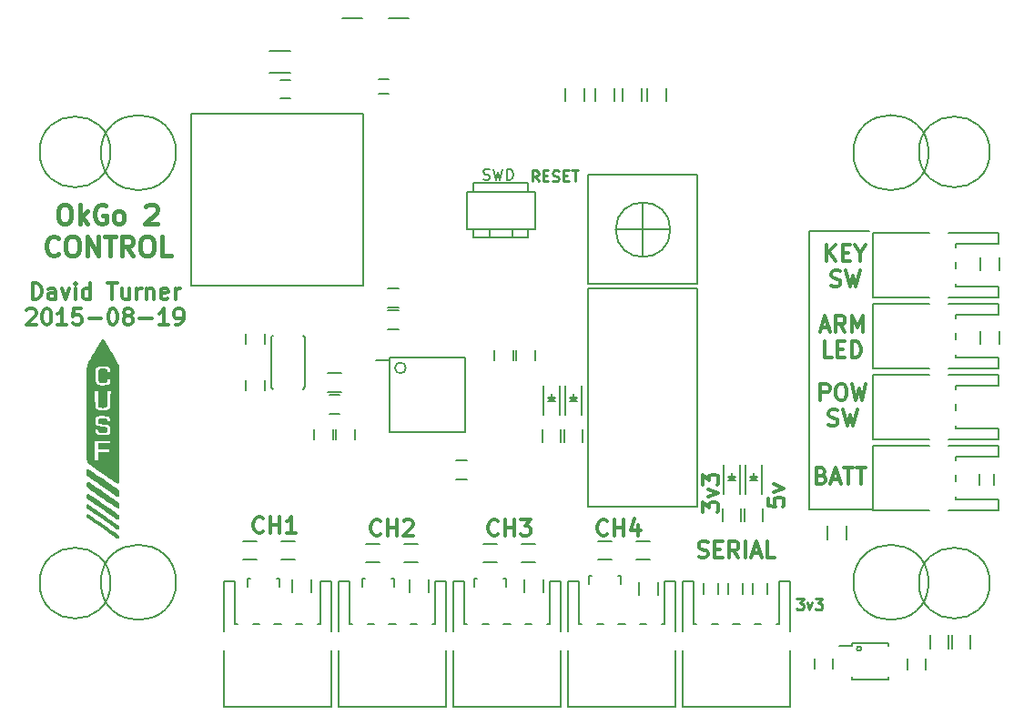
<source format=gto>
G04 #@! TF.FileFunction,Legend,Top*
%FSLAX46Y46*%
G04 Gerber Fmt 4.6, Leading zero omitted, Abs format (unit mm)*
G04 Created by KiCad (PCBNEW 0.201508190901+6103~28~ubuntu14.04.1-product) date Wed 19 Aug 2015 17:15:31 BST*
%MOMM*%
G01*
G04 APERTURE LIST*
%ADD10C,0.100000*%
%ADD11C,0.300000*%
%ADD12C,0.254000*%
%ADD13C,0.450000*%
%ADD14C,0.200000*%
%ADD15C,0.150000*%
G04 APERTURE END LIST*
D10*
D11*
X202378571Y-112482285D02*
X202378571Y-113196571D01*
X203092857Y-113268000D01*
X203021429Y-113196571D01*
X202950000Y-113053714D01*
X202950000Y-112696571D01*
X203021429Y-112553714D01*
X203092857Y-112482285D01*
X203235714Y-112410857D01*
X203592857Y-112410857D01*
X203735714Y-112482285D01*
X203807143Y-112553714D01*
X203878571Y-112696571D01*
X203878571Y-113053714D01*
X203807143Y-113196571D01*
X203735714Y-113268000D01*
X202878571Y-111910857D02*
X203878571Y-111553714D01*
X202878571Y-111196572D01*
X196282571Y-113799713D02*
X196282571Y-112871142D01*
X196854000Y-113371142D01*
X196854000Y-113156856D01*
X196925429Y-113013999D01*
X196996857Y-112942570D01*
X197139714Y-112871142D01*
X197496857Y-112871142D01*
X197639714Y-112942570D01*
X197711143Y-113013999D01*
X197782571Y-113156856D01*
X197782571Y-113585428D01*
X197711143Y-113728285D01*
X197639714Y-113799713D01*
X196782571Y-112371142D02*
X197782571Y-112013999D01*
X196782571Y-111656857D01*
X196282571Y-111228285D02*
X196282571Y-110299714D01*
X196854000Y-110799714D01*
X196854000Y-110585428D01*
X196925429Y-110442571D01*
X196996857Y-110371142D01*
X197139714Y-110299714D01*
X197496857Y-110299714D01*
X197639714Y-110371142D01*
X197711143Y-110442571D01*
X197782571Y-110585428D01*
X197782571Y-111014000D01*
X197711143Y-111156857D01*
X197639714Y-111228285D01*
D12*
X181023381Y-83009619D02*
X180684715Y-82525810D01*
X180442810Y-83009619D02*
X180442810Y-81993619D01*
X180829857Y-81993619D01*
X180926619Y-82042000D01*
X180975000Y-82090381D01*
X181023381Y-82187143D01*
X181023381Y-82332286D01*
X180975000Y-82429048D01*
X180926619Y-82477429D01*
X180829857Y-82525810D01*
X180442810Y-82525810D01*
X181458810Y-82477429D02*
X181797476Y-82477429D01*
X181942619Y-83009619D02*
X181458810Y-83009619D01*
X181458810Y-81993619D01*
X181942619Y-81993619D01*
X182329667Y-82961238D02*
X182474810Y-83009619D01*
X182716714Y-83009619D01*
X182813476Y-82961238D01*
X182861857Y-82912857D01*
X182910238Y-82816095D01*
X182910238Y-82719333D01*
X182861857Y-82622571D01*
X182813476Y-82574190D01*
X182716714Y-82525810D01*
X182523191Y-82477429D01*
X182426429Y-82429048D01*
X182378048Y-82380667D01*
X182329667Y-82283905D01*
X182329667Y-82187143D01*
X182378048Y-82090381D01*
X182426429Y-82042000D01*
X182523191Y-81993619D01*
X182765095Y-81993619D01*
X182910238Y-82042000D01*
X183345667Y-82477429D02*
X183684333Y-82477429D01*
X183829476Y-83009619D02*
X183345667Y-83009619D01*
X183345667Y-81993619D01*
X183829476Y-81993619D01*
X184119762Y-81993619D02*
X184700333Y-81993619D01*
X184410048Y-83009619D02*
X184410048Y-81993619D01*
D11*
X133966001Y-93966571D02*
X133966001Y-92466571D01*
X134323144Y-92466571D01*
X134537429Y-92538000D01*
X134680287Y-92680857D01*
X134751715Y-92823714D01*
X134823144Y-93109429D01*
X134823144Y-93323714D01*
X134751715Y-93609429D01*
X134680287Y-93752286D01*
X134537429Y-93895143D01*
X134323144Y-93966571D01*
X133966001Y-93966571D01*
X136108858Y-93966571D02*
X136108858Y-93180857D01*
X136037429Y-93038000D01*
X135894572Y-92966571D01*
X135608858Y-92966571D01*
X135466001Y-93038000D01*
X136108858Y-93895143D02*
X135966001Y-93966571D01*
X135608858Y-93966571D01*
X135466001Y-93895143D01*
X135394572Y-93752286D01*
X135394572Y-93609429D01*
X135466001Y-93466571D01*
X135608858Y-93395143D01*
X135966001Y-93395143D01*
X136108858Y-93323714D01*
X136680287Y-92966571D02*
X137037430Y-93966571D01*
X137394572Y-92966571D01*
X137966001Y-93966571D02*
X137966001Y-92966571D01*
X137966001Y-92466571D02*
X137894572Y-92538000D01*
X137966001Y-92609429D01*
X138037429Y-92538000D01*
X137966001Y-92466571D01*
X137966001Y-92609429D01*
X139323144Y-93966571D02*
X139323144Y-92466571D01*
X139323144Y-93895143D02*
X139180287Y-93966571D01*
X138894573Y-93966571D01*
X138751715Y-93895143D01*
X138680287Y-93823714D01*
X138608858Y-93680857D01*
X138608858Y-93252286D01*
X138680287Y-93109429D01*
X138751715Y-93038000D01*
X138894573Y-92966571D01*
X139180287Y-92966571D01*
X139323144Y-93038000D01*
X140966001Y-92466571D02*
X141823144Y-92466571D01*
X141394573Y-93966571D02*
X141394573Y-92466571D01*
X142966001Y-92966571D02*
X142966001Y-93966571D01*
X142323144Y-92966571D02*
X142323144Y-93752286D01*
X142394572Y-93895143D01*
X142537430Y-93966571D01*
X142751715Y-93966571D01*
X142894572Y-93895143D01*
X142966001Y-93823714D01*
X143680287Y-93966571D02*
X143680287Y-92966571D01*
X143680287Y-93252286D02*
X143751715Y-93109429D01*
X143823144Y-93038000D01*
X143966001Y-92966571D01*
X144108858Y-92966571D01*
X144608858Y-92966571D02*
X144608858Y-93966571D01*
X144608858Y-93109429D02*
X144680286Y-93038000D01*
X144823144Y-92966571D01*
X145037429Y-92966571D01*
X145180286Y-93038000D01*
X145251715Y-93180857D01*
X145251715Y-93966571D01*
X146537429Y-93895143D02*
X146394572Y-93966571D01*
X146108858Y-93966571D01*
X145966001Y-93895143D01*
X145894572Y-93752286D01*
X145894572Y-93180857D01*
X145966001Y-93038000D01*
X146108858Y-92966571D01*
X146394572Y-92966571D01*
X146537429Y-93038000D01*
X146608858Y-93180857D01*
X146608858Y-93323714D01*
X145894572Y-93466571D01*
X147251715Y-93966571D02*
X147251715Y-92966571D01*
X147251715Y-93252286D02*
X147323143Y-93109429D01*
X147394572Y-93038000D01*
X147537429Y-92966571D01*
X147680286Y-92966571D01*
X133430287Y-95009429D02*
X133501716Y-94938000D01*
X133644573Y-94866571D01*
X134001716Y-94866571D01*
X134144573Y-94938000D01*
X134216002Y-95009429D01*
X134287430Y-95152286D01*
X134287430Y-95295143D01*
X134216002Y-95509429D01*
X133358859Y-96366571D01*
X134287430Y-96366571D01*
X135216001Y-94866571D02*
X135358858Y-94866571D01*
X135501715Y-94938000D01*
X135573144Y-95009429D01*
X135644573Y-95152286D01*
X135716001Y-95438000D01*
X135716001Y-95795143D01*
X135644573Y-96080857D01*
X135573144Y-96223714D01*
X135501715Y-96295143D01*
X135358858Y-96366571D01*
X135216001Y-96366571D01*
X135073144Y-96295143D01*
X135001715Y-96223714D01*
X134930287Y-96080857D01*
X134858858Y-95795143D01*
X134858858Y-95438000D01*
X134930287Y-95152286D01*
X135001715Y-95009429D01*
X135073144Y-94938000D01*
X135216001Y-94866571D01*
X137144572Y-96366571D02*
X136287429Y-96366571D01*
X136716001Y-96366571D02*
X136716001Y-94866571D01*
X136573144Y-95080857D01*
X136430286Y-95223714D01*
X136287429Y-95295143D01*
X138501715Y-94866571D02*
X137787429Y-94866571D01*
X137716000Y-95580857D01*
X137787429Y-95509429D01*
X137930286Y-95438000D01*
X138287429Y-95438000D01*
X138430286Y-95509429D01*
X138501715Y-95580857D01*
X138573143Y-95723714D01*
X138573143Y-96080857D01*
X138501715Y-96223714D01*
X138430286Y-96295143D01*
X138287429Y-96366571D01*
X137930286Y-96366571D01*
X137787429Y-96295143D01*
X137716000Y-96223714D01*
X139216000Y-95795143D02*
X140358857Y-95795143D01*
X141358857Y-94866571D02*
X141501714Y-94866571D01*
X141644571Y-94938000D01*
X141716000Y-95009429D01*
X141787429Y-95152286D01*
X141858857Y-95438000D01*
X141858857Y-95795143D01*
X141787429Y-96080857D01*
X141716000Y-96223714D01*
X141644571Y-96295143D01*
X141501714Y-96366571D01*
X141358857Y-96366571D01*
X141216000Y-96295143D01*
X141144571Y-96223714D01*
X141073143Y-96080857D01*
X141001714Y-95795143D01*
X141001714Y-95438000D01*
X141073143Y-95152286D01*
X141144571Y-95009429D01*
X141216000Y-94938000D01*
X141358857Y-94866571D01*
X142716000Y-95509429D02*
X142573142Y-95438000D01*
X142501714Y-95366571D01*
X142430285Y-95223714D01*
X142430285Y-95152286D01*
X142501714Y-95009429D01*
X142573142Y-94938000D01*
X142716000Y-94866571D01*
X143001714Y-94866571D01*
X143144571Y-94938000D01*
X143216000Y-95009429D01*
X143287428Y-95152286D01*
X143287428Y-95223714D01*
X143216000Y-95366571D01*
X143144571Y-95438000D01*
X143001714Y-95509429D01*
X142716000Y-95509429D01*
X142573142Y-95580857D01*
X142501714Y-95652286D01*
X142430285Y-95795143D01*
X142430285Y-96080857D01*
X142501714Y-96223714D01*
X142573142Y-96295143D01*
X142716000Y-96366571D01*
X143001714Y-96366571D01*
X143144571Y-96295143D01*
X143216000Y-96223714D01*
X143287428Y-96080857D01*
X143287428Y-95795143D01*
X143216000Y-95652286D01*
X143144571Y-95580857D01*
X143001714Y-95509429D01*
X143930285Y-95795143D02*
X145073142Y-95795143D01*
X146573142Y-96366571D02*
X145715999Y-96366571D01*
X146144571Y-96366571D02*
X146144571Y-94866571D01*
X146001714Y-95080857D01*
X145858856Y-95223714D01*
X145715999Y-95295143D01*
X147287427Y-96366571D02*
X147573142Y-96366571D01*
X147715999Y-96295143D01*
X147787427Y-96223714D01*
X147930285Y-96009429D01*
X148001713Y-95723714D01*
X148001713Y-95152286D01*
X147930285Y-95009429D01*
X147858856Y-94938000D01*
X147715999Y-94866571D01*
X147430285Y-94866571D01*
X147287427Y-94938000D01*
X147215999Y-95009429D01*
X147144570Y-95152286D01*
X147144570Y-95509429D01*
X147215999Y-95652286D01*
X147287427Y-95723714D01*
X147430285Y-95795143D01*
X147715999Y-95795143D01*
X147858856Y-95723714D01*
X147930285Y-95652286D01*
X148001713Y-95509429D01*
D13*
X136812858Y-85159286D02*
X137155715Y-85159286D01*
X137327143Y-85245000D01*
X137498572Y-85416429D01*
X137584286Y-85759286D01*
X137584286Y-86359286D01*
X137498572Y-86702143D01*
X137327143Y-86873571D01*
X137155715Y-86959286D01*
X136812858Y-86959286D01*
X136641429Y-86873571D01*
X136470000Y-86702143D01*
X136384286Y-86359286D01*
X136384286Y-85759286D01*
X136470000Y-85416429D01*
X136641429Y-85245000D01*
X136812858Y-85159286D01*
X138355714Y-86959286D02*
X138355714Y-85159286D01*
X138527143Y-86273571D02*
X139041429Y-86959286D01*
X139041429Y-85759286D02*
X138355714Y-86445000D01*
X140755715Y-85245000D02*
X140584286Y-85159286D01*
X140327143Y-85159286D01*
X140070000Y-85245000D01*
X139898572Y-85416429D01*
X139812857Y-85587857D01*
X139727143Y-85930714D01*
X139727143Y-86187857D01*
X139812857Y-86530714D01*
X139898572Y-86702143D01*
X140070000Y-86873571D01*
X140327143Y-86959286D01*
X140498572Y-86959286D01*
X140755715Y-86873571D01*
X140841429Y-86787857D01*
X140841429Y-86187857D01*
X140498572Y-86187857D01*
X141870000Y-86959286D02*
X141698572Y-86873571D01*
X141612857Y-86787857D01*
X141527143Y-86616429D01*
X141527143Y-86102143D01*
X141612857Y-85930714D01*
X141698572Y-85845000D01*
X141870000Y-85759286D01*
X142127143Y-85759286D01*
X142298572Y-85845000D01*
X142384286Y-85930714D01*
X142470000Y-86102143D01*
X142470000Y-86616429D01*
X142384286Y-86787857D01*
X142298572Y-86873571D01*
X142127143Y-86959286D01*
X141870000Y-86959286D01*
X144527143Y-85330714D02*
X144612857Y-85245000D01*
X144784286Y-85159286D01*
X145212857Y-85159286D01*
X145384286Y-85245000D01*
X145470000Y-85330714D01*
X145555715Y-85502143D01*
X145555715Y-85673571D01*
X145470000Y-85930714D01*
X144441429Y-86959286D01*
X145555715Y-86959286D01*
X136384286Y-89757857D02*
X136298572Y-89843571D01*
X136041429Y-89929286D01*
X135870000Y-89929286D01*
X135612857Y-89843571D01*
X135441429Y-89672143D01*
X135355714Y-89500714D01*
X135270000Y-89157857D01*
X135270000Y-88900714D01*
X135355714Y-88557857D01*
X135441429Y-88386429D01*
X135612857Y-88215000D01*
X135870000Y-88129286D01*
X136041429Y-88129286D01*
X136298572Y-88215000D01*
X136384286Y-88300714D01*
X137498572Y-88129286D02*
X137841429Y-88129286D01*
X138012857Y-88215000D01*
X138184286Y-88386429D01*
X138270000Y-88729286D01*
X138270000Y-89329286D01*
X138184286Y-89672143D01*
X138012857Y-89843571D01*
X137841429Y-89929286D01*
X137498572Y-89929286D01*
X137327143Y-89843571D01*
X137155714Y-89672143D01*
X137070000Y-89329286D01*
X137070000Y-88729286D01*
X137155714Y-88386429D01*
X137327143Y-88215000D01*
X137498572Y-88129286D01*
X139041428Y-89929286D02*
X139041428Y-88129286D01*
X140070000Y-89929286D01*
X140070000Y-88129286D01*
X140670000Y-88129286D02*
X141698571Y-88129286D01*
X141184285Y-89929286D02*
X141184285Y-88129286D01*
X143327143Y-89929286D02*
X142727143Y-89072143D01*
X142298571Y-89929286D02*
X142298571Y-88129286D01*
X142984286Y-88129286D01*
X143155714Y-88215000D01*
X143241429Y-88300714D01*
X143327143Y-88472143D01*
X143327143Y-88729286D01*
X143241429Y-88900714D01*
X143155714Y-88986429D01*
X142984286Y-89072143D01*
X142298571Y-89072143D01*
X144441429Y-88129286D02*
X144784286Y-88129286D01*
X144955714Y-88215000D01*
X145127143Y-88386429D01*
X145212857Y-88729286D01*
X145212857Y-89329286D01*
X145127143Y-89672143D01*
X144955714Y-89843571D01*
X144784286Y-89929286D01*
X144441429Y-89929286D01*
X144270000Y-89843571D01*
X144098571Y-89672143D01*
X144012857Y-89329286D01*
X144012857Y-88729286D01*
X144098571Y-88386429D01*
X144270000Y-88215000D01*
X144441429Y-88129286D01*
X146841428Y-89929286D02*
X145984285Y-89929286D01*
X145984285Y-88129286D01*
D14*
X206248000Y-113538000D02*
X212090000Y-113538000D01*
X206248000Y-87630000D02*
X206248000Y-113538000D01*
X211836000Y-87630000D02*
X206248000Y-87630000D01*
D11*
X207835715Y-90410571D02*
X207835715Y-88910571D01*
X208692858Y-90410571D02*
X208050001Y-89553429D01*
X208692858Y-88910571D02*
X207835715Y-89767714D01*
X209335715Y-89624857D02*
X209835715Y-89624857D01*
X210050001Y-90410571D02*
X209335715Y-90410571D01*
X209335715Y-88910571D01*
X210050001Y-88910571D01*
X210978572Y-89696286D02*
X210978572Y-90410571D01*
X210478572Y-88910571D02*
X210978572Y-89696286D01*
X211478572Y-88910571D01*
X208264286Y-92739143D02*
X208478572Y-92810571D01*
X208835715Y-92810571D01*
X208978572Y-92739143D01*
X209050001Y-92667714D01*
X209121429Y-92524857D01*
X209121429Y-92382000D01*
X209050001Y-92239143D01*
X208978572Y-92167714D01*
X208835715Y-92096286D01*
X208550001Y-92024857D01*
X208407143Y-91953429D01*
X208335715Y-91882000D01*
X208264286Y-91739143D01*
X208264286Y-91596286D01*
X208335715Y-91453429D01*
X208407143Y-91382000D01*
X208550001Y-91310571D01*
X208907143Y-91310571D01*
X209121429Y-91382000D01*
X209621429Y-91310571D02*
X209978572Y-92810571D01*
X210264286Y-91739143D01*
X210550000Y-92810571D01*
X210907143Y-91310571D01*
X207331714Y-96586000D02*
X208046000Y-96586000D01*
X207188857Y-97014571D02*
X207688857Y-95514571D01*
X208188857Y-97014571D01*
X209546000Y-97014571D02*
X209046000Y-96300286D01*
X208688857Y-97014571D02*
X208688857Y-95514571D01*
X209260285Y-95514571D01*
X209403143Y-95586000D01*
X209474571Y-95657429D01*
X209546000Y-95800286D01*
X209546000Y-96014571D01*
X209474571Y-96157429D01*
X209403143Y-96228857D01*
X209260285Y-96300286D01*
X208688857Y-96300286D01*
X210188857Y-97014571D02*
X210188857Y-95514571D01*
X210688857Y-96586000D01*
X211188857Y-95514571D01*
X211188857Y-97014571D01*
X208331715Y-99414571D02*
X207617429Y-99414571D01*
X207617429Y-97914571D01*
X208831715Y-98628857D02*
X209331715Y-98628857D01*
X209546001Y-99414571D02*
X208831715Y-99414571D01*
X208831715Y-97914571D01*
X209546001Y-97914571D01*
X210188858Y-99414571D02*
X210188858Y-97914571D01*
X210546001Y-97914571D01*
X210760286Y-97986000D01*
X210903144Y-98128857D01*
X210974572Y-98271714D01*
X211046001Y-98557429D01*
X211046001Y-98771714D01*
X210974572Y-99057429D01*
X210903144Y-99200286D01*
X210760286Y-99343143D01*
X210546001Y-99414571D01*
X210188858Y-99414571D01*
X207260286Y-103364571D02*
X207260286Y-101864571D01*
X207831714Y-101864571D01*
X207974572Y-101936000D01*
X208046000Y-102007429D01*
X208117429Y-102150286D01*
X208117429Y-102364571D01*
X208046000Y-102507429D01*
X207974572Y-102578857D01*
X207831714Y-102650286D01*
X207260286Y-102650286D01*
X209046000Y-101864571D02*
X209331714Y-101864571D01*
X209474572Y-101936000D01*
X209617429Y-102078857D01*
X209688857Y-102364571D01*
X209688857Y-102864571D01*
X209617429Y-103150286D01*
X209474572Y-103293143D01*
X209331714Y-103364571D01*
X209046000Y-103364571D01*
X208903143Y-103293143D01*
X208760286Y-103150286D01*
X208688857Y-102864571D01*
X208688857Y-102364571D01*
X208760286Y-102078857D01*
X208903143Y-101936000D01*
X209046000Y-101864571D01*
X210188858Y-101864571D02*
X210546001Y-103364571D01*
X210831715Y-102293143D01*
X211117429Y-103364571D01*
X211474572Y-101864571D01*
X208010286Y-105693143D02*
X208224572Y-105764571D01*
X208581715Y-105764571D01*
X208724572Y-105693143D01*
X208796001Y-105621714D01*
X208867429Y-105478857D01*
X208867429Y-105336000D01*
X208796001Y-105193143D01*
X208724572Y-105121714D01*
X208581715Y-105050286D01*
X208296001Y-104978857D01*
X208153143Y-104907429D01*
X208081715Y-104836000D01*
X208010286Y-104693143D01*
X208010286Y-104550286D01*
X208081715Y-104407429D01*
X208153143Y-104336000D01*
X208296001Y-104264571D01*
X208653143Y-104264571D01*
X208867429Y-104336000D01*
X209367429Y-104264571D02*
X209724572Y-105764571D01*
X210010286Y-104693143D01*
X210296000Y-105764571D01*
X210653143Y-104264571D01*
X207363429Y-110382857D02*
X207577715Y-110454286D01*
X207649143Y-110525714D01*
X207720572Y-110668571D01*
X207720572Y-110882857D01*
X207649143Y-111025714D01*
X207577715Y-111097143D01*
X207434857Y-111168571D01*
X206863429Y-111168571D01*
X206863429Y-109668571D01*
X207363429Y-109668571D01*
X207506286Y-109740000D01*
X207577715Y-109811429D01*
X207649143Y-109954286D01*
X207649143Y-110097143D01*
X207577715Y-110240000D01*
X207506286Y-110311429D01*
X207363429Y-110382857D01*
X206863429Y-110382857D01*
X208292000Y-110740000D02*
X209006286Y-110740000D01*
X208149143Y-111168571D02*
X208649143Y-109668571D01*
X209149143Y-111168571D01*
X209434857Y-109668571D02*
X210292000Y-109668571D01*
X209863429Y-111168571D02*
X209863429Y-109668571D01*
X210577714Y-109668571D02*
X211434857Y-109668571D01*
X211006286Y-111168571D02*
X211006286Y-109668571D01*
X195925714Y-117955143D02*
X196140000Y-118026571D01*
X196497143Y-118026571D01*
X196640000Y-117955143D01*
X196711429Y-117883714D01*
X196782857Y-117740857D01*
X196782857Y-117598000D01*
X196711429Y-117455143D01*
X196640000Y-117383714D01*
X196497143Y-117312286D01*
X196211429Y-117240857D01*
X196068571Y-117169429D01*
X195997143Y-117098000D01*
X195925714Y-116955143D01*
X195925714Y-116812286D01*
X195997143Y-116669429D01*
X196068571Y-116598000D01*
X196211429Y-116526571D01*
X196568571Y-116526571D01*
X196782857Y-116598000D01*
X197425714Y-117240857D02*
X197925714Y-117240857D01*
X198140000Y-118026571D02*
X197425714Y-118026571D01*
X197425714Y-116526571D01*
X198140000Y-116526571D01*
X199640000Y-118026571D02*
X199140000Y-117312286D01*
X198782857Y-118026571D02*
X198782857Y-116526571D01*
X199354285Y-116526571D01*
X199497143Y-116598000D01*
X199568571Y-116669429D01*
X199640000Y-116812286D01*
X199640000Y-117026571D01*
X199568571Y-117169429D01*
X199497143Y-117240857D01*
X199354285Y-117312286D01*
X198782857Y-117312286D01*
X200282857Y-118026571D02*
X200282857Y-116526571D01*
X200925714Y-117598000D02*
X201640000Y-117598000D01*
X200782857Y-118026571D02*
X201282857Y-116526571D01*
X201782857Y-118026571D01*
X202997143Y-118026571D02*
X202282857Y-118026571D01*
X202282857Y-116526571D01*
X187432286Y-115851714D02*
X187360857Y-115923143D01*
X187146571Y-115994571D01*
X187003714Y-115994571D01*
X186789429Y-115923143D01*
X186646571Y-115780286D01*
X186575143Y-115637429D01*
X186503714Y-115351714D01*
X186503714Y-115137429D01*
X186575143Y-114851714D01*
X186646571Y-114708857D01*
X186789429Y-114566000D01*
X187003714Y-114494571D01*
X187146571Y-114494571D01*
X187360857Y-114566000D01*
X187432286Y-114637429D01*
X188075143Y-115994571D02*
X188075143Y-114494571D01*
X188075143Y-115208857D02*
X188932286Y-115208857D01*
X188932286Y-115994571D02*
X188932286Y-114494571D01*
X190289429Y-114994571D02*
X190289429Y-115994571D01*
X189932286Y-114423143D02*
X189575143Y-115494571D01*
X190503715Y-115494571D01*
X177272286Y-115851714D02*
X177200857Y-115923143D01*
X176986571Y-115994571D01*
X176843714Y-115994571D01*
X176629429Y-115923143D01*
X176486571Y-115780286D01*
X176415143Y-115637429D01*
X176343714Y-115351714D01*
X176343714Y-115137429D01*
X176415143Y-114851714D01*
X176486571Y-114708857D01*
X176629429Y-114566000D01*
X176843714Y-114494571D01*
X176986571Y-114494571D01*
X177200857Y-114566000D01*
X177272286Y-114637429D01*
X177915143Y-115994571D02*
X177915143Y-114494571D01*
X177915143Y-115208857D02*
X178772286Y-115208857D01*
X178772286Y-115994571D02*
X178772286Y-114494571D01*
X179343715Y-114494571D02*
X180272286Y-114494571D01*
X179772286Y-115066000D01*
X179986572Y-115066000D01*
X180129429Y-115137429D01*
X180200858Y-115208857D01*
X180272286Y-115351714D01*
X180272286Y-115708857D01*
X180200858Y-115851714D01*
X180129429Y-115923143D01*
X179986572Y-115994571D01*
X179558000Y-115994571D01*
X179415143Y-115923143D01*
X179343715Y-115851714D01*
X166350286Y-115851714D02*
X166278857Y-115923143D01*
X166064571Y-115994571D01*
X165921714Y-115994571D01*
X165707429Y-115923143D01*
X165564571Y-115780286D01*
X165493143Y-115637429D01*
X165421714Y-115351714D01*
X165421714Y-115137429D01*
X165493143Y-114851714D01*
X165564571Y-114708857D01*
X165707429Y-114566000D01*
X165921714Y-114494571D01*
X166064571Y-114494571D01*
X166278857Y-114566000D01*
X166350286Y-114637429D01*
X166993143Y-115994571D02*
X166993143Y-114494571D01*
X166993143Y-115208857D02*
X167850286Y-115208857D01*
X167850286Y-115994571D02*
X167850286Y-114494571D01*
X168493143Y-114637429D02*
X168564572Y-114566000D01*
X168707429Y-114494571D01*
X169064572Y-114494571D01*
X169207429Y-114566000D01*
X169278858Y-114637429D01*
X169350286Y-114780286D01*
X169350286Y-114923143D01*
X169278858Y-115137429D01*
X168421715Y-115994571D01*
X169350286Y-115994571D01*
X155428286Y-115597714D02*
X155356857Y-115669143D01*
X155142571Y-115740571D01*
X154999714Y-115740571D01*
X154785429Y-115669143D01*
X154642571Y-115526286D01*
X154571143Y-115383429D01*
X154499714Y-115097714D01*
X154499714Y-114883429D01*
X154571143Y-114597714D01*
X154642571Y-114454857D01*
X154785429Y-114312000D01*
X154999714Y-114240571D01*
X155142571Y-114240571D01*
X155356857Y-114312000D01*
X155428286Y-114383429D01*
X156071143Y-115740571D02*
X156071143Y-114240571D01*
X156071143Y-114954857D02*
X156928286Y-114954857D01*
X156928286Y-115740571D02*
X156928286Y-114240571D01*
X158428286Y-115740571D02*
X157571143Y-115740571D01*
X157999715Y-115740571D02*
X157999715Y-114240571D01*
X157856858Y-114454857D01*
X157714000Y-114597714D01*
X157571143Y-114669143D01*
D15*
X159334000Y-97540000D02*
X159334000Y-102140000D01*
X159134000Y-102340000D02*
X159334000Y-102140000D01*
X159134000Y-97340000D02*
X159334000Y-97540000D01*
X156134000Y-97490000D02*
X156134000Y-102190000D01*
X156334000Y-97340000D02*
X156134000Y-97490000D01*
X156334000Y-102340000D02*
X156134000Y-102190000D01*
X195834000Y-92964000D02*
X195834000Y-113284000D01*
X195834000Y-113284000D02*
X185674000Y-113284000D01*
X185674000Y-113284000D02*
X185674000Y-92964000D01*
X185674000Y-92964000D02*
X195834000Y-92964000D01*
X190754000Y-84963000D02*
X190754000Y-90043000D01*
X193294000Y-87503000D02*
X188214000Y-87503000D01*
X193294000Y-87503000D02*
G75*
G03X193294000Y-87503000I-2540000J0D01*
G01*
X195834000Y-82423000D02*
X185674000Y-82423000D01*
X185674000Y-82423000D02*
X185674000Y-92583000D01*
X185674000Y-92583000D02*
X195834000Y-92583000D01*
X195834000Y-82423000D02*
X195834000Y-92583000D01*
X192137000Y-120304000D02*
X192137000Y-121504000D01*
X190387000Y-121504000D02*
X190387000Y-120304000D01*
X181469000Y-120050000D02*
X181469000Y-121250000D01*
X179719000Y-121250000D02*
X179719000Y-120050000D01*
X191354000Y-118223000D02*
X190154000Y-118223000D01*
X190154000Y-116473000D02*
X191354000Y-116473000D01*
X180686000Y-118477000D02*
X179486000Y-118477000D01*
X179486000Y-116727000D02*
X180686000Y-116727000D01*
X186598000Y-116473000D02*
X187798000Y-116473000D01*
X187798000Y-118223000D02*
X186598000Y-118223000D01*
X175930000Y-116727000D02*
X177130000Y-116727000D01*
X177130000Y-118477000D02*
X175930000Y-118477000D01*
X170801000Y-120050000D02*
X170801000Y-121250000D01*
X169051000Y-121250000D02*
X169051000Y-120050000D01*
X159879000Y-120050000D02*
X159879000Y-121250000D01*
X158129000Y-121250000D02*
X158129000Y-120050000D01*
X169764000Y-118477000D02*
X168564000Y-118477000D01*
X168564000Y-116727000D02*
X169764000Y-116727000D01*
X158334000Y-118223000D02*
X157134000Y-118223000D01*
X157134000Y-116473000D02*
X158334000Y-116473000D01*
X165008000Y-116727000D02*
X166208000Y-116727000D01*
X166208000Y-118477000D02*
X165008000Y-118477000D01*
X153578000Y-116473000D02*
X154778000Y-116473000D01*
X154778000Y-118223000D02*
X153578000Y-118223000D01*
X192899000Y-74330000D02*
X192899000Y-75530000D01*
X191149000Y-75530000D02*
X191149000Y-74330000D01*
X190613000Y-74330000D02*
X190613000Y-75530000D01*
X188863000Y-75530000D02*
X188863000Y-74330000D01*
X188073000Y-74330000D02*
X188073000Y-75530000D01*
X186323000Y-75530000D02*
X186323000Y-74330000D01*
X185279000Y-74330000D02*
X185279000Y-75530000D01*
X183529000Y-75530000D02*
X183529000Y-74330000D01*
X219188000Y-125257000D02*
X219188000Y-126457000D01*
X217438000Y-126457000D02*
X217438000Y-125257000D01*
X222137000Y-98136000D02*
X222137000Y-96936000D01*
X223887000Y-96936000D02*
X223887000Y-98136000D01*
X161452000Y-100852000D02*
X162652000Y-100852000D01*
X162652000Y-102602000D02*
X161452000Y-102602000D01*
X222137000Y-91278000D02*
X222137000Y-90078000D01*
X223887000Y-90078000D02*
X223887000Y-91278000D01*
X188497160Y-119745760D02*
X188448900Y-119745760D01*
X185698180Y-120446800D02*
X185698180Y-119745760D01*
X185698180Y-119745760D02*
X185947100Y-119745760D01*
X188497160Y-119745760D02*
X188697820Y-119745760D01*
X188697820Y-119745760D02*
X188697820Y-120446800D01*
X177829160Y-119999760D02*
X177780900Y-119999760D01*
X175030180Y-120700800D02*
X175030180Y-119999760D01*
X175030180Y-119999760D02*
X175279100Y-119999760D01*
X177829160Y-119999760D02*
X178029820Y-119999760D01*
X178029820Y-119999760D02*
X178029820Y-120700800D01*
X167415160Y-119999760D02*
X167366900Y-119999760D01*
X164616180Y-120700800D02*
X164616180Y-119999760D01*
X164616180Y-119999760D02*
X164865100Y-119999760D01*
X167415160Y-119999760D02*
X167615820Y-119999760D01*
X167615820Y-119999760D02*
X167615820Y-120700800D01*
X156747160Y-119999760D02*
X156698900Y-119999760D01*
X153948180Y-120700800D02*
X153948180Y-119999760D01*
X153948180Y-119999760D02*
X154197100Y-119999760D01*
X156747160Y-119999760D02*
X156947820Y-119999760D01*
X156947820Y-119999760D02*
X156947820Y-120700800D01*
X197779000Y-120404000D02*
X197779000Y-121404000D01*
X196429000Y-121404000D02*
X196429000Y-120404000D01*
X200065000Y-120404000D02*
X200065000Y-121404000D01*
X198715000Y-121404000D02*
X198715000Y-120404000D01*
X202351000Y-120404000D02*
X202351000Y-121404000D01*
X201001000Y-121404000D02*
X201001000Y-120404000D01*
X166124000Y-73493000D02*
X167124000Y-73493000D01*
X167124000Y-74843000D02*
X166124000Y-74843000D01*
X222083000Y-111244000D02*
X222083000Y-110244000D01*
X223433000Y-110244000D02*
X223433000Y-111244000D01*
X208431500Y-128389000D02*
X208431500Y-127389000D01*
X206731500Y-127389000D02*
X206731500Y-128389000D01*
X217067500Y-128452500D02*
X217067500Y-127452500D01*
X215367500Y-127452500D02*
X215367500Y-128452500D01*
X156980000Y-75272000D02*
X157980000Y-75272000D01*
X157980000Y-73572000D02*
X156980000Y-73572000D01*
X155972000Y-72907000D02*
X157972000Y-72907000D01*
X157972000Y-70857000D02*
X155972000Y-70857000D01*
X155536000Y-98163000D02*
X155536000Y-97163000D01*
X153836000Y-97163000D02*
X153836000Y-98163000D01*
X153836000Y-101481000D02*
X153836000Y-102481000D01*
X155536000Y-102481000D02*
X155536000Y-101481000D01*
X161552000Y-104609000D02*
X162552000Y-104609000D01*
X162552000Y-102909000D02*
X161552000Y-102909000D01*
X180682000Y-99687000D02*
X180682000Y-98687000D01*
X178982000Y-98687000D02*
X178982000Y-99687000D01*
X178650000Y-99687000D02*
X178650000Y-98687000D01*
X176950000Y-98687000D02*
X176950000Y-99687000D01*
X160186000Y-106053000D02*
X160186000Y-107053000D01*
X161886000Y-107053000D02*
X161886000Y-106053000D01*
X162218000Y-106053000D02*
X162218000Y-107053000D01*
X163918000Y-107053000D02*
X163918000Y-106053000D01*
X168013000Y-93003000D02*
X167013000Y-93003000D01*
X167013000Y-94703000D02*
X168013000Y-94703000D01*
X168013000Y-95035000D02*
X167013000Y-95035000D01*
X167013000Y-96735000D02*
X168013000Y-96735000D01*
X173363000Y-110705000D02*
X174363000Y-110705000D01*
X174363000Y-109005000D02*
X173363000Y-109005000D01*
X141222000Y-80264000D02*
G75*
G03X141222000Y-80264000I-3300000J0D01*
G01*
X141222000Y-120396000D02*
G75*
G03X141222000Y-120396000I-3300000J0D01*
G01*
X223010000Y-120396000D02*
G75*
G03X223010000Y-120396000I-3300000J0D01*
G01*
X223010000Y-80264000D02*
G75*
G03X223010000Y-80264000I-3300000J0D01*
G01*
X219470000Y-126457000D02*
X219470000Y-125257000D01*
X221220000Y-125257000D02*
X221220000Y-126457000D01*
X207913000Y-116297000D02*
X207913000Y-115097000D01*
X209663000Y-115097000D02*
X209663000Y-116297000D01*
X211061632Y-126498500D02*
G75*
G03X211061632Y-126498500I-212132J0D01*
G01*
X210224500Y-126023500D02*
X210224500Y-126273500D01*
X213574500Y-126023500D02*
X213574500Y-126273500D01*
X213574500Y-129373500D02*
X213574500Y-129123500D01*
X210224500Y-129373500D02*
X210224500Y-129123500D01*
X210224500Y-126023500D02*
X213574500Y-126023500D01*
X210224500Y-129373500D02*
X213574500Y-129373500D01*
X210224500Y-126273500D02*
X208974500Y-126273500D01*
D14*
X203438000Y-124198000D02*
X203138000Y-124198000D01*
X201138000Y-124198000D02*
X201738000Y-124198000D01*
X199138000Y-124198000D02*
X199738000Y-124198000D01*
X197138000Y-124198000D02*
X197738000Y-124198000D01*
X195438000Y-124198000D02*
X195738000Y-124198000D01*
X194438000Y-120198000D02*
X195438000Y-120198000D01*
X195438000Y-120198000D02*
X195438000Y-124198000D01*
X204438000Y-120198000D02*
X203438000Y-120198000D01*
X203438000Y-120198000D02*
X203438000Y-124198000D01*
X194438000Y-131898000D02*
X204438000Y-131898000D01*
X194438000Y-126698000D02*
X194438000Y-131898000D01*
X194438000Y-120198000D02*
X194438000Y-124898000D01*
X204438000Y-124898000D02*
X204438000Y-120198000D01*
X204438000Y-131898000D02*
X204438000Y-126698000D01*
X160766000Y-124198000D02*
X160466000Y-124198000D01*
X158466000Y-124198000D02*
X159066000Y-124198000D01*
X156466000Y-124198000D02*
X157066000Y-124198000D01*
X154466000Y-124198000D02*
X155066000Y-124198000D01*
X152766000Y-124198000D02*
X153066000Y-124198000D01*
X151766000Y-120198000D02*
X152766000Y-120198000D01*
X152766000Y-120198000D02*
X152766000Y-124198000D01*
X161766000Y-120198000D02*
X160766000Y-120198000D01*
X160766000Y-120198000D02*
X160766000Y-124198000D01*
X151766000Y-131898000D02*
X161766000Y-131898000D01*
X151766000Y-126698000D02*
X151766000Y-131898000D01*
X151766000Y-120198000D02*
X151766000Y-124898000D01*
X161766000Y-124898000D02*
X161766000Y-120198000D01*
X161766000Y-131898000D02*
X161766000Y-126698000D01*
X171434000Y-124198000D02*
X171134000Y-124198000D01*
X169134000Y-124198000D02*
X169734000Y-124198000D01*
X167134000Y-124198000D02*
X167734000Y-124198000D01*
X165134000Y-124198000D02*
X165734000Y-124198000D01*
X163434000Y-124198000D02*
X163734000Y-124198000D01*
X162434000Y-120198000D02*
X163434000Y-120198000D01*
X163434000Y-120198000D02*
X163434000Y-124198000D01*
X172434000Y-120198000D02*
X171434000Y-120198000D01*
X171434000Y-120198000D02*
X171434000Y-124198000D01*
X162434000Y-131898000D02*
X172434000Y-131898000D01*
X162434000Y-126698000D02*
X162434000Y-131898000D01*
X162434000Y-120198000D02*
X162434000Y-124898000D01*
X172434000Y-124898000D02*
X172434000Y-120198000D01*
X172434000Y-131898000D02*
X172434000Y-126698000D01*
X182102000Y-124198000D02*
X181802000Y-124198000D01*
X179802000Y-124198000D02*
X180402000Y-124198000D01*
X177802000Y-124198000D02*
X178402000Y-124198000D01*
X175802000Y-124198000D02*
X176402000Y-124198000D01*
X174102000Y-124198000D02*
X174402000Y-124198000D01*
X173102000Y-120198000D02*
X174102000Y-120198000D01*
X174102000Y-120198000D02*
X174102000Y-124198000D01*
X183102000Y-120198000D02*
X182102000Y-120198000D01*
X182102000Y-120198000D02*
X182102000Y-124198000D01*
X173102000Y-131898000D02*
X183102000Y-131898000D01*
X173102000Y-126698000D02*
X173102000Y-131898000D01*
X173102000Y-120198000D02*
X173102000Y-124898000D01*
X183102000Y-124898000D02*
X183102000Y-120198000D01*
X183102000Y-131898000D02*
X183102000Y-126698000D01*
X192770000Y-124198000D02*
X192470000Y-124198000D01*
X190470000Y-124198000D02*
X191070000Y-124198000D01*
X188470000Y-124198000D02*
X189070000Y-124198000D01*
X186470000Y-124198000D02*
X187070000Y-124198000D01*
X184770000Y-124198000D02*
X185070000Y-124198000D01*
X183770000Y-120198000D02*
X184770000Y-120198000D01*
X184770000Y-120198000D02*
X184770000Y-124198000D01*
X193770000Y-120198000D02*
X192770000Y-120198000D01*
X192770000Y-120198000D02*
X192770000Y-124198000D01*
X183770000Y-131898000D02*
X193770000Y-131898000D01*
X183770000Y-126698000D02*
X183770000Y-131898000D01*
X183770000Y-120198000D02*
X183770000Y-124898000D01*
X193770000Y-124898000D02*
X193770000Y-120198000D01*
X193770000Y-131898000D02*
X193770000Y-126698000D01*
X219845000Y-88821000D02*
X219845000Y-89121000D01*
X219845000Y-91121000D02*
X219845000Y-90521000D01*
X219845000Y-92821000D02*
X219845000Y-92521000D01*
X223845000Y-87821000D02*
X223845000Y-88821000D01*
X223845000Y-88821000D02*
X219845000Y-88821000D01*
X223845000Y-93821000D02*
X223845000Y-92821000D01*
X223845000Y-92821000D02*
X219845000Y-92821000D01*
X212145000Y-87821000D02*
X212145000Y-93821000D01*
X217345000Y-87821000D02*
X212145000Y-87821000D01*
X223845000Y-87821000D02*
X219145000Y-87821000D01*
X219145000Y-93821000D02*
X223845000Y-93821000D01*
X212145000Y-93821000D02*
X217345000Y-93821000D01*
X219845000Y-108633000D02*
X219845000Y-108933000D01*
X219845000Y-110933000D02*
X219845000Y-110333000D01*
X219845000Y-112633000D02*
X219845000Y-112333000D01*
X223845000Y-107633000D02*
X223845000Y-108633000D01*
X223845000Y-108633000D02*
X219845000Y-108633000D01*
X223845000Y-113633000D02*
X223845000Y-112633000D01*
X223845000Y-112633000D02*
X219845000Y-112633000D01*
X212145000Y-107633000D02*
X212145000Y-113633000D01*
X217345000Y-107633000D02*
X212145000Y-107633000D01*
X223845000Y-107633000D02*
X219145000Y-107633000D01*
X219145000Y-113633000D02*
X223845000Y-113633000D01*
X212145000Y-113633000D02*
X217345000Y-113633000D01*
X219845000Y-95425000D02*
X219845000Y-95725000D01*
X219845000Y-97725000D02*
X219845000Y-97125000D01*
X219845000Y-99425000D02*
X219845000Y-99125000D01*
X223845000Y-94425000D02*
X223845000Y-95425000D01*
X223845000Y-95425000D02*
X219845000Y-95425000D01*
X223845000Y-100425000D02*
X223845000Y-99425000D01*
X223845000Y-99425000D02*
X219845000Y-99425000D01*
X212145000Y-94425000D02*
X212145000Y-100425000D01*
X217345000Y-94425000D02*
X212145000Y-94425000D01*
X223845000Y-94425000D02*
X219145000Y-94425000D01*
X219145000Y-100425000D02*
X223845000Y-100425000D01*
X212145000Y-100425000D02*
X217345000Y-100425000D01*
X219845000Y-102029000D02*
X219845000Y-102329000D01*
X219845000Y-104329000D02*
X219845000Y-103729000D01*
X219845000Y-106029000D02*
X219845000Y-105729000D01*
X223845000Y-101029000D02*
X223845000Y-102029000D01*
X223845000Y-102029000D02*
X219845000Y-102029000D01*
X223845000Y-107029000D02*
X223845000Y-106029000D01*
X223845000Y-106029000D02*
X219845000Y-106029000D01*
X212145000Y-101029000D02*
X212145000Y-107029000D01*
X217345000Y-101029000D02*
X212145000Y-101029000D01*
X223845000Y-101029000D02*
X219145000Y-101029000D01*
X219145000Y-107029000D02*
X223845000Y-107029000D01*
X212145000Y-107029000D02*
X217345000Y-107029000D01*
D15*
X167188000Y-99620000D02*
X165938000Y-99620000D01*
X168688000Y-100370000D02*
G75*
G03X168688000Y-100370000I-500000J0D01*
G01*
X174188000Y-99370000D02*
X174188000Y-106370000D01*
X174188000Y-106370000D02*
X167188000Y-106370000D01*
X167188000Y-106370000D02*
X167188000Y-99370000D01*
X167188000Y-99370000D02*
X174188000Y-99370000D01*
X148718000Y-92709000D02*
X148718000Y-76709000D01*
X148718000Y-76709000D02*
X164718000Y-76709000D01*
X164718000Y-76709000D02*
X164718000Y-92709000D01*
X164718000Y-92709000D02*
X148718000Y-92709000D01*
X167062000Y-67831000D02*
X168962000Y-67831000D01*
X162762000Y-67831000D02*
X164662000Y-67831000D01*
X175006000Y-88265000D02*
X180086000Y-88265000D01*
X180086000Y-87439500D02*
X180086000Y-88265000D01*
X178625500Y-88265000D02*
X178625500Y-87439500D01*
X175006000Y-87439500D02*
X175006000Y-88265000D01*
X176466500Y-88265000D02*
X176466500Y-87439500D01*
X175006000Y-84010500D02*
X175006000Y-83185000D01*
X175006000Y-83185000D02*
X180086000Y-83185000D01*
X180086000Y-83185000D02*
X180086000Y-84010500D01*
X177546000Y-84010500D02*
X180721000Y-84010500D01*
X180721000Y-84010500D02*
X180721000Y-87439500D01*
X180721000Y-87439500D02*
X174371000Y-87439500D01*
X174371000Y-87439500D02*
X174371000Y-84010500D01*
X174371000Y-84010500D02*
X177546000Y-84010500D01*
X147316000Y-120330000D02*
G75*
G03X147316000Y-120330000I-3500000J0D01*
G01*
X147316000Y-80330000D02*
G75*
G03X147316000Y-80330000I-3500000J0D01*
G01*
X217316000Y-120330000D02*
G75*
G03X217316000Y-120330000I-3500000J0D01*
G01*
X217316000Y-80330000D02*
G75*
G03X217316000Y-80330000I-3500000J0D01*
G01*
D10*
G36*
X141954250Y-116111520D02*
X141945287Y-116178669D01*
X141909068Y-116201469D01*
X141882812Y-116202108D01*
X141843477Y-116183778D01*
X141757504Y-116132255D01*
X141630106Y-116051006D01*
X141466494Y-115943499D01*
X141271879Y-115813202D01*
X141051473Y-115663583D01*
X140810487Y-115498107D01*
X140554133Y-115320244D01*
X140487068Y-115273421D01*
X140226574Y-115090916D01*
X139979905Y-114917332D01*
X139752364Y-114756454D01*
X139549252Y-114612063D01*
X139375868Y-114487945D01*
X139237515Y-114387882D01*
X139139492Y-114315657D01*
X139087101Y-114275055D01*
X139082131Y-114270653D01*
X139014215Y-114168568D01*
X139001500Y-114088090D01*
X139011215Y-114010354D01*
X139046870Y-113985669D01*
X139118227Y-114009112D01*
X139137923Y-114019293D01*
X139190400Y-114051623D01*
X139287069Y-114115425D01*
X139421821Y-114206424D01*
X139588542Y-114320343D01*
X139781121Y-114452907D01*
X139993445Y-114599840D01*
X140219401Y-114756865D01*
X140452879Y-114919707D01*
X140687765Y-115084089D01*
X140917948Y-115245736D01*
X141137315Y-115400372D01*
X141339754Y-115543720D01*
X141519153Y-115671506D01*
X141669400Y-115779451D01*
X141784383Y-115863282D01*
X141857988Y-115918721D01*
X141882812Y-115939577D01*
X141935309Y-116026618D01*
X141954250Y-116111520D01*
X141954250Y-116111520D01*
X141954250Y-116111520D01*
G37*
X141954250Y-116111520D02*
X141945287Y-116178669D01*
X141909068Y-116201469D01*
X141882812Y-116202108D01*
X141843477Y-116183778D01*
X141757504Y-116132255D01*
X141630106Y-116051006D01*
X141466494Y-115943499D01*
X141271879Y-115813202D01*
X141051473Y-115663583D01*
X140810487Y-115498107D01*
X140554133Y-115320244D01*
X140487068Y-115273421D01*
X140226574Y-115090916D01*
X139979905Y-114917332D01*
X139752364Y-114756454D01*
X139549252Y-114612063D01*
X139375868Y-114487945D01*
X139237515Y-114387882D01*
X139139492Y-114315657D01*
X139087101Y-114275055D01*
X139082131Y-114270653D01*
X139014215Y-114168568D01*
X139001500Y-114088090D01*
X139011215Y-114010354D01*
X139046870Y-113985669D01*
X139118227Y-114009112D01*
X139137923Y-114019293D01*
X139190400Y-114051623D01*
X139287069Y-114115425D01*
X139421821Y-114206424D01*
X139588542Y-114320343D01*
X139781121Y-114452907D01*
X139993445Y-114599840D01*
X140219401Y-114756865D01*
X140452879Y-114919707D01*
X140687765Y-115084089D01*
X140917948Y-115245736D01*
X141137315Y-115400372D01*
X141339754Y-115543720D01*
X141519153Y-115671506D01*
X141669400Y-115779451D01*
X141784383Y-115863282D01*
X141857988Y-115918721D01*
X141882812Y-115939577D01*
X141935309Y-116026618D01*
X141954250Y-116111520D01*
X141954250Y-116111520D01*
G36*
X141954250Y-115223441D02*
X141948218Y-115306215D01*
X141925097Y-115342071D01*
X141895153Y-115347750D01*
X141858297Y-115330084D01*
X141774578Y-115279359D01*
X141649120Y-115198984D01*
X141487043Y-115092367D01*
X141293471Y-114962916D01*
X141073526Y-114814041D01*
X140832329Y-114649150D01*
X140575004Y-114471651D01*
X140489755Y-114412513D01*
X140227277Y-114229857D01*
X139978972Y-114056449D01*
X139750056Y-113895973D01*
X139545744Y-113752115D01*
X139371254Y-113628560D01*
X139231800Y-113528994D01*
X139132600Y-113457102D01*
X139078868Y-113416569D01*
X139072476Y-113411151D01*
X139021824Y-113340821D01*
X139002459Y-113242226D01*
X139001500Y-113203388D01*
X139010161Y-113103364D01*
X139035815Y-113062648D01*
X139041879Y-113061750D01*
X139074924Y-113079357D01*
X139153988Y-113129462D01*
X139273179Y-113207987D01*
X139426607Y-113310854D01*
X139608381Y-113433987D01*
X139812610Y-113573307D01*
X140033404Y-113724737D01*
X140264872Y-113884200D01*
X140501124Y-114047618D01*
X140736267Y-114210914D01*
X140964413Y-114370011D01*
X141179669Y-114520831D01*
X141376146Y-114659297D01*
X141547953Y-114781331D01*
X141689198Y-114882856D01*
X141793991Y-114959794D01*
X141856442Y-115008069D01*
X141866937Y-115017185D01*
X141932173Y-115100792D01*
X141953854Y-115202028D01*
X141954250Y-115223441D01*
X141954250Y-115223441D01*
X141954250Y-115223441D01*
G37*
X141954250Y-115223441D02*
X141948218Y-115306215D01*
X141925097Y-115342071D01*
X141895153Y-115347750D01*
X141858297Y-115330084D01*
X141774578Y-115279359D01*
X141649120Y-115198984D01*
X141487043Y-115092367D01*
X141293471Y-114962916D01*
X141073526Y-114814041D01*
X140832329Y-114649150D01*
X140575004Y-114471651D01*
X140489755Y-114412513D01*
X140227277Y-114229857D01*
X139978972Y-114056449D01*
X139750056Y-113895973D01*
X139545744Y-113752115D01*
X139371254Y-113628560D01*
X139231800Y-113528994D01*
X139132600Y-113457102D01*
X139078868Y-113416569D01*
X139072476Y-113411151D01*
X139021824Y-113340821D01*
X139002459Y-113242226D01*
X139001500Y-113203388D01*
X139010161Y-113103364D01*
X139035815Y-113062648D01*
X139041879Y-113061750D01*
X139074924Y-113079357D01*
X139153988Y-113129462D01*
X139273179Y-113207987D01*
X139426607Y-113310854D01*
X139608381Y-113433987D01*
X139812610Y-113573307D01*
X140033404Y-113724737D01*
X140264872Y-113884200D01*
X140501124Y-114047618D01*
X140736267Y-114210914D01*
X140964413Y-114370011D01*
X141179669Y-114520831D01*
X141376146Y-114659297D01*
X141547953Y-114781331D01*
X141689198Y-114882856D01*
X141793991Y-114959794D01*
X141856442Y-115008069D01*
X141866937Y-115017185D01*
X141932173Y-115100792D01*
X141953854Y-115202028D01*
X141954250Y-115223441D01*
X141954250Y-115223441D01*
G36*
X141954250Y-114285618D02*
X141950607Y-114373393D01*
X141934018Y-114414421D01*
X141895994Y-114425297D01*
X141882812Y-114425266D01*
X141842543Y-114407133D01*
X141755579Y-114355737D01*
X141627073Y-114274479D01*
X141462178Y-114166759D01*
X141266046Y-114035977D01*
X141043831Y-113885533D01*
X140800685Y-113718826D01*
X140571636Y-113560079D01*
X140315827Y-113381829D01*
X140070737Y-113210889D01*
X139842374Y-113051461D01*
X139636746Y-112907745D01*
X139459858Y-112783942D01*
X139317718Y-112684252D01*
X139216334Y-112612877D01*
X139165146Y-112576499D01*
X138998395Y-112456374D01*
X139007884Y-112274874D01*
X139015736Y-112171885D01*
X139029914Y-112117364D01*
X139057098Y-112096284D01*
X139088544Y-112093375D01*
X139130854Y-112111297D01*
X139218606Y-112162280D01*
X139345806Y-112242149D01*
X139506459Y-112346729D01*
X139694571Y-112471846D01*
X139904146Y-112613324D01*
X140129192Y-112766989D01*
X140363712Y-112928666D01*
X140601713Y-113094179D01*
X140837199Y-113259354D01*
X141064178Y-113420016D01*
X141276653Y-113571991D01*
X141468630Y-113711103D01*
X141634115Y-113833177D01*
X141767114Y-113934039D01*
X141861631Y-114009513D01*
X141911673Y-114055425D01*
X141917509Y-114063601D01*
X141940778Y-114146849D01*
X141953463Y-114254822D01*
X141954250Y-114285618D01*
X141954250Y-114285618D01*
X141954250Y-114285618D01*
G37*
X141954250Y-114285618D02*
X141950607Y-114373393D01*
X141934018Y-114414421D01*
X141895994Y-114425297D01*
X141882812Y-114425266D01*
X141842543Y-114407133D01*
X141755579Y-114355737D01*
X141627073Y-114274479D01*
X141462178Y-114166759D01*
X141266046Y-114035977D01*
X141043831Y-113885533D01*
X140800685Y-113718826D01*
X140571636Y-113560079D01*
X140315827Y-113381829D01*
X140070737Y-113210889D01*
X139842374Y-113051461D01*
X139636746Y-112907745D01*
X139459858Y-112783942D01*
X139317718Y-112684252D01*
X139216334Y-112612877D01*
X139165146Y-112576499D01*
X138998395Y-112456374D01*
X139007884Y-112274874D01*
X139015736Y-112171885D01*
X139029914Y-112117364D01*
X139057098Y-112096284D01*
X139088544Y-112093375D01*
X139130854Y-112111297D01*
X139218606Y-112162280D01*
X139345806Y-112242149D01*
X139506459Y-112346729D01*
X139694571Y-112471846D01*
X139904146Y-112613324D01*
X140129192Y-112766989D01*
X140363712Y-112928666D01*
X140601713Y-113094179D01*
X140837199Y-113259354D01*
X141064178Y-113420016D01*
X141276653Y-113571991D01*
X141468630Y-113711103D01*
X141634115Y-113833177D01*
X141767114Y-113934039D01*
X141861631Y-114009513D01*
X141911673Y-114055425D01*
X141917509Y-114063601D01*
X141940778Y-114146849D01*
X141953463Y-114254822D01*
X141954250Y-114285618D01*
X141954250Y-114285618D01*
G36*
X141954250Y-113171431D02*
X141952642Y-113283021D01*
X141944565Y-113345275D01*
X141925134Y-113372336D01*
X141889465Y-113378348D01*
X141882812Y-113378314D01*
X141842464Y-113360293D01*
X141754782Y-113308618D01*
X141624296Y-113226277D01*
X141455532Y-113116257D01*
X141253020Y-112981546D01*
X141021287Y-112825133D01*
X140764863Y-112650003D01*
X140488275Y-112459146D01*
X140462000Y-112440919D01*
X140199632Y-112258298D01*
X139951915Y-112084837D01*
X139723998Y-111924213D01*
X139521030Y-111780104D01*
X139348160Y-111656187D01*
X139210538Y-111556140D01*
X139113312Y-111483641D01*
X139061633Y-111442367D01*
X139055682Y-111436508D01*
X139022430Y-111366205D01*
X139005434Y-111267439D01*
X139003986Y-111159448D01*
X139017381Y-111061466D01*
X139044913Y-110992731D01*
X139072723Y-110972219D01*
X139106998Y-110988014D01*
X139187311Y-111036228D01*
X139307723Y-111112799D01*
X139462295Y-111213667D01*
X139645087Y-111334774D01*
X139850160Y-111472058D01*
X140071577Y-111621459D01*
X140303396Y-111778918D01*
X140539680Y-111940374D01*
X140774489Y-112101767D01*
X141001885Y-112259037D01*
X141215927Y-112408124D01*
X141410678Y-112544968D01*
X141580198Y-112665508D01*
X141718547Y-112765685D01*
X141819788Y-112841438D01*
X141877980Y-112888708D01*
X141882812Y-112893271D01*
X141923236Y-112944068D01*
X141945081Y-113008515D01*
X141953483Y-113106611D01*
X141954250Y-113171431D01*
X141954250Y-113171431D01*
X141954250Y-113171431D01*
G37*
X141954250Y-113171431D02*
X141952642Y-113283021D01*
X141944565Y-113345275D01*
X141925134Y-113372336D01*
X141889465Y-113378348D01*
X141882812Y-113378314D01*
X141842464Y-113360293D01*
X141754782Y-113308618D01*
X141624296Y-113226277D01*
X141455532Y-113116257D01*
X141253020Y-112981546D01*
X141021287Y-112825133D01*
X140764863Y-112650003D01*
X140488275Y-112459146D01*
X140462000Y-112440919D01*
X140199632Y-112258298D01*
X139951915Y-112084837D01*
X139723998Y-111924213D01*
X139521030Y-111780104D01*
X139348160Y-111656187D01*
X139210538Y-111556140D01*
X139113312Y-111483641D01*
X139061633Y-111442367D01*
X139055682Y-111436508D01*
X139022430Y-111366205D01*
X139005434Y-111267439D01*
X139003986Y-111159448D01*
X139017381Y-111061466D01*
X139044913Y-110992731D01*
X139072723Y-110972219D01*
X139106998Y-110988014D01*
X139187311Y-111036228D01*
X139307723Y-111112799D01*
X139462295Y-111213667D01*
X139645087Y-111334774D01*
X139850160Y-111472058D01*
X140071577Y-111621459D01*
X140303396Y-111778918D01*
X140539680Y-111940374D01*
X140774489Y-112101767D01*
X141001885Y-112259037D01*
X141215927Y-112408124D01*
X141410678Y-112544968D01*
X141580198Y-112665508D01*
X141718547Y-112765685D01*
X141819788Y-112841438D01*
X141877980Y-112888708D01*
X141882812Y-112893271D01*
X141923236Y-112944068D01*
X141945081Y-113008515D01*
X141953483Y-113106611D01*
X141954250Y-113171431D01*
X141954250Y-113171431D01*
G36*
X141954250Y-112049267D02*
X141953183Y-112174265D01*
X141947512Y-112248664D01*
X141933530Y-112285355D01*
X141907531Y-112297233D01*
X141882812Y-112297765D01*
X141833110Y-112279441D01*
X141742722Y-112230179D01*
X141622317Y-112156391D01*
X141482560Y-112064490D01*
X141398625Y-112006668D01*
X141268238Y-111915501D01*
X141095995Y-111795315D01*
X140892210Y-111653292D01*
X140667197Y-111496617D01*
X140431269Y-111332471D01*
X140194739Y-111168038D01*
X140096875Y-111100046D01*
X139881482Y-110949675D01*
X139678762Y-110806715D01*
X139495689Y-110676193D01*
X139339233Y-110563135D01*
X139216368Y-110472567D01*
X139134067Y-110409517D01*
X139104687Y-110384790D01*
X139052644Y-110331922D01*
X139021893Y-110283144D01*
X139006848Y-110219749D01*
X139001922Y-110123031D01*
X139001500Y-110039271D01*
X139002603Y-109915064D01*
X139008426Y-109841341D01*
X139022734Y-109805093D01*
X139049295Y-109793312D01*
X139072937Y-109792579D01*
X139110791Y-109810401D01*
X139194541Y-109860741D01*
X139318207Y-109939491D01*
X139475810Y-110042548D01*
X139661370Y-110165806D01*
X139868909Y-110305158D01*
X140092446Y-110456500D01*
X140326003Y-110615725D01*
X140563599Y-110778729D01*
X140799256Y-110941405D01*
X141026994Y-111099648D01*
X141240834Y-111249354D01*
X141434796Y-111386415D01*
X141602901Y-111506726D01*
X141739169Y-111606183D01*
X141837621Y-111680679D01*
X141892278Y-111726108D01*
X141898687Y-111732783D01*
X141929318Y-111786660D01*
X141946797Y-111867900D01*
X141953788Y-111991668D01*
X141954250Y-112049267D01*
X141954250Y-112049267D01*
X141954250Y-112049267D01*
G37*
X141954250Y-112049267D02*
X141953183Y-112174265D01*
X141947512Y-112248664D01*
X141933530Y-112285355D01*
X141907531Y-112297233D01*
X141882812Y-112297765D01*
X141833110Y-112279441D01*
X141742722Y-112230179D01*
X141622317Y-112156391D01*
X141482560Y-112064490D01*
X141398625Y-112006668D01*
X141268238Y-111915501D01*
X141095995Y-111795315D01*
X140892210Y-111653292D01*
X140667197Y-111496617D01*
X140431269Y-111332471D01*
X140194739Y-111168038D01*
X140096875Y-111100046D01*
X139881482Y-110949675D01*
X139678762Y-110806715D01*
X139495689Y-110676193D01*
X139339233Y-110563135D01*
X139216368Y-110472567D01*
X139134067Y-110409517D01*
X139104687Y-110384790D01*
X139052644Y-110331922D01*
X139021893Y-110283144D01*
X139006848Y-110219749D01*
X139001922Y-110123031D01*
X139001500Y-110039271D01*
X139002603Y-109915064D01*
X139008426Y-109841341D01*
X139022734Y-109805093D01*
X139049295Y-109793312D01*
X139072937Y-109792579D01*
X139110791Y-109810401D01*
X139194541Y-109860741D01*
X139318207Y-109939491D01*
X139475810Y-110042548D01*
X139661370Y-110165806D01*
X139868909Y-110305158D01*
X140092446Y-110456500D01*
X140326003Y-110615725D01*
X140563599Y-110778729D01*
X140799256Y-110941405D01*
X141026994Y-111099648D01*
X141240834Y-111249354D01*
X141434796Y-111386415D01*
X141602901Y-111506726D01*
X141739169Y-111606183D01*
X141837621Y-111680679D01*
X141892278Y-111726108D01*
X141898687Y-111732783D01*
X141929318Y-111786660D01*
X141946797Y-111867900D01*
X141953788Y-111991668D01*
X141954250Y-112049267D01*
X141954250Y-112049267D01*
G36*
X141938375Y-105598241D02*
X141938337Y-106293253D01*
X141938207Y-106927510D01*
X141937961Y-107503757D01*
X141937572Y-108024740D01*
X141937017Y-108493203D01*
X141936269Y-108911892D01*
X141935304Y-109283551D01*
X141934096Y-109610927D01*
X141932621Y-109896763D01*
X141930854Y-110143806D01*
X141928769Y-110354800D01*
X141926341Y-110532490D01*
X141923546Y-110679621D01*
X141920357Y-110798940D01*
X141916751Y-110893190D01*
X141912702Y-110965116D01*
X141908184Y-111017465D01*
X141903174Y-111052981D01*
X141897645Y-111074409D01*
X141891573Y-111084495D01*
X141888240Y-111086159D01*
X141837552Y-111074192D01*
X141754640Y-111033442D01*
X141665990Y-110978333D01*
X141415216Y-110806680D01*
X141232819Y-110681222D01*
X141232819Y-101314250D01*
X141057913Y-101314250D01*
X140883008Y-101314250D01*
X140866593Y-101459886D01*
X140849049Y-101555745D01*
X140824077Y-101626640D01*
X140813287Y-101642448D01*
X140766056Y-101660529D01*
X140672077Y-101676489D01*
X140548102Y-101687776D01*
X140499724Y-101690190D01*
X140361152Y-101693850D01*
X140258777Y-101686980D01*
X140186863Y-101661401D01*
X140139674Y-101608938D01*
X140111475Y-101521412D01*
X140096529Y-101390647D01*
X140089100Y-101208464D01*
X140086537Y-101101137D01*
X140083107Y-100878011D01*
X140087391Y-100710382D01*
X140104183Y-100590315D01*
X140138279Y-100509873D01*
X140194472Y-100461122D01*
X140277557Y-100436125D01*
X140392328Y-100426947D01*
X140494622Y-100425683D01*
X140654919Y-100435515D01*
X140761687Y-100468603D01*
X140821970Y-100529149D01*
X140842812Y-100621352D01*
X140843000Y-100633425D01*
X140843000Y-100742750D01*
X141017625Y-100742750D01*
X141192250Y-100742750D01*
X141192250Y-100596735D01*
X141177941Y-100435846D01*
X141131237Y-100313152D01*
X141046469Y-100224746D01*
X140917966Y-100166720D01*
X140740061Y-100135166D01*
X140509625Y-100126167D01*
X140268101Y-100136090D01*
X140080833Y-100168067D01*
X139940683Y-100227922D01*
X139840516Y-100321476D01*
X139773196Y-100454553D01*
X139731588Y-100632975D01*
X139715083Y-100774500D01*
X139708883Y-100927161D01*
X139712805Y-101103736D01*
X139725276Y-101288149D01*
X139744721Y-101464325D01*
X139769566Y-101616190D01*
X139798237Y-101727668D01*
X139811556Y-101759585D01*
X139880860Y-101858213D01*
X139976858Y-101928898D01*
X140107677Y-101974186D01*
X140281444Y-101996620D01*
X140506285Y-101998746D01*
X140568274Y-101996537D01*
X140773864Y-101980964D01*
X140922640Y-101953625D01*
X140996899Y-101926577D01*
X141093868Y-101859563D01*
X141159457Y-101762731D01*
X141199813Y-101624146D01*
X141215843Y-101501460D01*
X141232819Y-101314250D01*
X141232819Y-110681222D01*
X141231285Y-110680166D01*
X141231285Y-102457250D01*
X141056462Y-102457250D01*
X140881640Y-102457250D01*
X140870153Y-103174514D01*
X140866279Y-103405682D01*
X140862412Y-103581732D01*
X140857624Y-103711038D01*
X140850984Y-103801976D01*
X140841563Y-103862921D01*
X140828432Y-103902247D01*
X140810661Y-103928329D01*
X140787320Y-103949542D01*
X140783816Y-103952389D01*
X140698966Y-103990875D01*
X140574751Y-104012610D01*
X140433056Y-104017597D01*
X140295766Y-104005837D01*
X140184765Y-103977331D01*
X140140079Y-103952345D01*
X140115913Y-103931174D01*
X140097458Y-103906306D01*
X140083792Y-103869366D01*
X140073995Y-103811979D01*
X140067146Y-103725771D01*
X140062324Y-103602367D01*
X140058609Y-103433391D01*
X140055078Y-103210468D01*
X140054546Y-103174470D01*
X140043968Y-102457250D01*
X139871984Y-102457250D01*
X139700000Y-102457250D01*
X139700000Y-103103791D01*
X139701932Y-103398346D01*
X139709155Y-103636315D01*
X139723805Y-103824532D01*
X139748020Y-103969833D01*
X139783936Y-104079052D01*
X139833692Y-104159025D01*
X139899423Y-104216586D01*
X139983268Y-104258571D01*
X140069969Y-104287003D01*
X140203744Y-104311014D01*
X140370519Y-104321071D01*
X140550522Y-104318080D01*
X140723982Y-104302946D01*
X140871129Y-104276575D01*
X140960275Y-104246233D01*
X141031525Y-104207568D01*
X141087663Y-104164595D01*
X141130637Y-104109532D01*
X141162394Y-104034598D01*
X141184882Y-103932012D01*
X141200048Y-103793992D01*
X141209839Y-103612756D01*
X141216202Y-103380523D01*
X141219216Y-103211500D01*
X141231285Y-102457250D01*
X141231285Y-110680166D01*
X141224000Y-110675156D01*
X141224000Y-107378500D01*
X141224000Y-107235625D01*
X141224000Y-107092750D01*
X141198942Y-107092750D01*
X141198942Y-106073276D01*
X141193711Y-105917491D01*
X141171350Y-105798420D01*
X141124163Y-105709951D01*
X141044456Y-105645968D01*
X140924533Y-105600357D01*
X140756700Y-105567004D01*
X140533260Y-105539795D01*
X140526689Y-105539119D01*
X140378337Y-105521442D01*
X140251547Y-105501731D01*
X140160748Y-105482526D01*
X140121876Y-105467899D01*
X140093224Y-105410480D01*
X140082391Y-105317808D01*
X140089082Y-105215490D01*
X140113002Y-105129134D01*
X140126050Y-105106505D01*
X140157003Y-105076000D01*
X140204794Y-105057423D01*
X140283824Y-105048002D01*
X140408493Y-105044962D01*
X140446047Y-105044875D01*
X140606514Y-105050619D01*
X140713715Y-105071254D01*
X140777127Y-105111879D01*
X140806224Y-105177595D01*
X140811250Y-105241443D01*
X140816693Y-105283512D01*
X140843312Y-105305423D01*
X140906542Y-105313655D01*
X140985875Y-105314750D01*
X141160500Y-105314750D01*
X141160500Y-105202605D01*
X141147358Y-105093209D01*
X141115581Y-104983017D01*
X141114017Y-104979212D01*
X141067877Y-104899516D01*
X140999811Y-104841258D01*
X140900801Y-104801536D01*
X140761829Y-104777448D01*
X140573879Y-104766090D01*
X140446125Y-104764217D01*
X140213206Y-104769497D01*
X140035757Y-104791158D01*
X139906670Y-104834801D01*
X139818837Y-104906028D01*
X139765150Y-105010440D01*
X139738500Y-105153639D01*
X139731750Y-105327169D01*
X139736688Y-105462955D01*
X139756278Y-105569219D01*
X139797684Y-105650554D01*
X139868069Y-105711554D01*
X139974597Y-105756813D01*
X140124433Y-105790924D01*
X140324738Y-105818481D01*
X140530376Y-105839289D01*
X140647781Y-105855359D01*
X140745244Y-105877899D01*
X140797413Y-105899689D01*
X140834620Y-105960281D01*
X140851423Y-106056196D01*
X140847783Y-106162611D01*
X140823655Y-106254701D01*
X140798081Y-106294025D01*
X140735934Y-106324238D01*
X140630058Y-106346244D01*
X140499871Y-106358525D01*
X140364791Y-106359561D01*
X140244237Y-106347836D01*
X140208000Y-106340165D01*
X140134460Y-106313324D01*
X140094010Y-106267557D01*
X140067545Y-106180944D01*
X140066964Y-106178363D01*
X140037054Y-106045000D01*
X139864922Y-106045000D01*
X139692789Y-106045000D01*
X139714970Y-106192911D01*
X139749329Y-106357091D01*
X139801633Y-106470697D01*
X139882837Y-106546266D01*
X140003901Y-106596340D01*
X140084818Y-106616162D01*
X140200931Y-106630734D01*
X140353229Y-106636066D01*
X140523142Y-106633048D01*
X140692100Y-106622566D01*
X140841533Y-106605509D01*
X140952870Y-106582764D01*
X140980017Y-106573368D01*
X141078787Y-106512471D01*
X141145397Y-106420646D01*
X141183951Y-106288513D01*
X141198557Y-106106695D01*
X141198942Y-106073276D01*
X141198942Y-107092750D01*
X140462000Y-107092750D01*
X139700000Y-107092750D01*
X139700000Y-108013500D01*
X139700000Y-108934250D01*
X139874625Y-108934250D01*
X140049250Y-108934250D01*
X140049250Y-108553250D01*
X140049250Y-108172250D01*
X140557250Y-108172250D01*
X141065250Y-108172250D01*
X141065250Y-108029375D01*
X141065250Y-107886500D01*
X140557250Y-107886500D01*
X140049250Y-107886500D01*
X140049250Y-107632500D01*
X140049250Y-107378500D01*
X140636625Y-107378500D01*
X141224000Y-107378500D01*
X141224000Y-110675156D01*
X141153382Y-110626583D01*
X140885780Y-110441752D01*
X140617702Y-110255897D01*
X140354442Y-110072728D01*
X140101290Y-109895954D01*
X139863539Y-109729285D01*
X139646482Y-109576431D01*
X139455411Y-109441103D01*
X139295618Y-109327009D01*
X139172396Y-109237860D01*
X139091037Y-109177365D01*
X139057062Y-109149504D01*
X139049282Y-109138012D01*
X139042262Y-109120137D01*
X139035962Y-109092744D01*
X139030345Y-109052697D01*
X139025370Y-108996861D01*
X139021000Y-108922099D01*
X139017195Y-108825276D01*
X139013916Y-108703257D01*
X139011125Y-108552907D01*
X139008783Y-108371088D01*
X139006852Y-108154667D01*
X139005291Y-107900506D01*
X139004063Y-107605471D01*
X139003128Y-107266427D01*
X139002449Y-106880236D01*
X139001985Y-106443765D01*
X139001698Y-105953877D01*
X139001550Y-105407436D01*
X139001501Y-104801308D01*
X139001500Y-104662424D01*
X139001709Y-103956948D01*
X139002340Y-103314167D01*
X139003401Y-102733276D01*
X139004895Y-102213470D01*
X139006830Y-101753946D01*
X139009211Y-101353898D01*
X139012045Y-101012523D01*
X139015337Y-100729017D01*
X139019093Y-100502574D01*
X139023320Y-100332391D01*
X139028023Y-100217663D01*
X139033208Y-100157586D01*
X139035068Y-100149504D01*
X139057370Y-100103428D01*
X139107416Y-100008207D01*
X139181819Y-99870038D01*
X139277188Y-99695120D01*
X139390137Y-99489651D01*
X139517275Y-99259830D01*
X139655215Y-99011855D01*
X139739934Y-98860188D01*
X139905016Y-98565811D01*
X140042446Y-98322594D01*
X140155041Y-98125982D01*
X140245617Y-97971422D01*
X140316990Y-97854360D01*
X140371977Y-97770243D01*
X140413394Y-97714517D01*
X140444057Y-97682628D01*
X140466782Y-97670022D01*
X140476302Y-97669563D01*
X140500914Y-97685980D01*
X140540164Y-97732453D01*
X140596271Y-97812554D01*
X140671452Y-97929855D01*
X140767926Y-98087929D01*
X140887911Y-98290348D01*
X141033624Y-98540684D01*
X141207283Y-98842511D01*
X141239875Y-98899427D01*
X141938375Y-100119979D01*
X141938375Y-105598241D01*
X141938375Y-105598241D01*
X141938375Y-105598241D01*
G37*
X141938375Y-105598241D02*
X141938337Y-106293253D01*
X141938207Y-106927510D01*
X141937961Y-107503757D01*
X141937572Y-108024740D01*
X141937017Y-108493203D01*
X141936269Y-108911892D01*
X141935304Y-109283551D01*
X141934096Y-109610927D01*
X141932621Y-109896763D01*
X141930854Y-110143806D01*
X141928769Y-110354800D01*
X141926341Y-110532490D01*
X141923546Y-110679621D01*
X141920357Y-110798940D01*
X141916751Y-110893190D01*
X141912702Y-110965116D01*
X141908184Y-111017465D01*
X141903174Y-111052981D01*
X141897645Y-111074409D01*
X141891573Y-111084495D01*
X141888240Y-111086159D01*
X141837552Y-111074192D01*
X141754640Y-111033442D01*
X141665990Y-110978333D01*
X141415216Y-110806680D01*
X141232819Y-110681222D01*
X141232819Y-101314250D01*
X141057913Y-101314250D01*
X140883008Y-101314250D01*
X140866593Y-101459886D01*
X140849049Y-101555745D01*
X140824077Y-101626640D01*
X140813287Y-101642448D01*
X140766056Y-101660529D01*
X140672077Y-101676489D01*
X140548102Y-101687776D01*
X140499724Y-101690190D01*
X140361152Y-101693850D01*
X140258777Y-101686980D01*
X140186863Y-101661401D01*
X140139674Y-101608938D01*
X140111475Y-101521412D01*
X140096529Y-101390647D01*
X140089100Y-101208464D01*
X140086537Y-101101137D01*
X140083107Y-100878011D01*
X140087391Y-100710382D01*
X140104183Y-100590315D01*
X140138279Y-100509873D01*
X140194472Y-100461122D01*
X140277557Y-100436125D01*
X140392328Y-100426947D01*
X140494622Y-100425683D01*
X140654919Y-100435515D01*
X140761687Y-100468603D01*
X140821970Y-100529149D01*
X140842812Y-100621352D01*
X140843000Y-100633425D01*
X140843000Y-100742750D01*
X141017625Y-100742750D01*
X141192250Y-100742750D01*
X141192250Y-100596735D01*
X141177941Y-100435846D01*
X141131237Y-100313152D01*
X141046469Y-100224746D01*
X140917966Y-100166720D01*
X140740061Y-100135166D01*
X140509625Y-100126167D01*
X140268101Y-100136090D01*
X140080833Y-100168067D01*
X139940683Y-100227922D01*
X139840516Y-100321476D01*
X139773196Y-100454553D01*
X139731588Y-100632975D01*
X139715083Y-100774500D01*
X139708883Y-100927161D01*
X139712805Y-101103736D01*
X139725276Y-101288149D01*
X139744721Y-101464325D01*
X139769566Y-101616190D01*
X139798237Y-101727668D01*
X139811556Y-101759585D01*
X139880860Y-101858213D01*
X139976858Y-101928898D01*
X140107677Y-101974186D01*
X140281444Y-101996620D01*
X140506285Y-101998746D01*
X140568274Y-101996537D01*
X140773864Y-101980964D01*
X140922640Y-101953625D01*
X140996899Y-101926577D01*
X141093868Y-101859563D01*
X141159457Y-101762731D01*
X141199813Y-101624146D01*
X141215843Y-101501460D01*
X141232819Y-101314250D01*
X141232819Y-110681222D01*
X141231285Y-110680166D01*
X141231285Y-102457250D01*
X141056462Y-102457250D01*
X140881640Y-102457250D01*
X140870153Y-103174514D01*
X140866279Y-103405682D01*
X140862412Y-103581732D01*
X140857624Y-103711038D01*
X140850984Y-103801976D01*
X140841563Y-103862921D01*
X140828432Y-103902247D01*
X140810661Y-103928329D01*
X140787320Y-103949542D01*
X140783816Y-103952389D01*
X140698966Y-103990875D01*
X140574751Y-104012610D01*
X140433056Y-104017597D01*
X140295766Y-104005837D01*
X140184765Y-103977331D01*
X140140079Y-103952345D01*
X140115913Y-103931174D01*
X140097458Y-103906306D01*
X140083792Y-103869366D01*
X140073995Y-103811979D01*
X140067146Y-103725771D01*
X140062324Y-103602367D01*
X140058609Y-103433391D01*
X140055078Y-103210468D01*
X140054546Y-103174470D01*
X140043968Y-102457250D01*
X139871984Y-102457250D01*
X139700000Y-102457250D01*
X139700000Y-103103791D01*
X139701932Y-103398346D01*
X139709155Y-103636315D01*
X139723805Y-103824532D01*
X139748020Y-103969833D01*
X139783936Y-104079052D01*
X139833692Y-104159025D01*
X139899423Y-104216586D01*
X139983268Y-104258571D01*
X140069969Y-104287003D01*
X140203744Y-104311014D01*
X140370519Y-104321071D01*
X140550522Y-104318080D01*
X140723982Y-104302946D01*
X140871129Y-104276575D01*
X140960275Y-104246233D01*
X141031525Y-104207568D01*
X141087663Y-104164595D01*
X141130637Y-104109532D01*
X141162394Y-104034598D01*
X141184882Y-103932012D01*
X141200048Y-103793992D01*
X141209839Y-103612756D01*
X141216202Y-103380523D01*
X141219216Y-103211500D01*
X141231285Y-102457250D01*
X141231285Y-110680166D01*
X141224000Y-110675156D01*
X141224000Y-107378500D01*
X141224000Y-107235625D01*
X141224000Y-107092750D01*
X141198942Y-107092750D01*
X141198942Y-106073276D01*
X141193711Y-105917491D01*
X141171350Y-105798420D01*
X141124163Y-105709951D01*
X141044456Y-105645968D01*
X140924533Y-105600357D01*
X140756700Y-105567004D01*
X140533260Y-105539795D01*
X140526689Y-105539119D01*
X140378337Y-105521442D01*
X140251547Y-105501731D01*
X140160748Y-105482526D01*
X140121876Y-105467899D01*
X140093224Y-105410480D01*
X140082391Y-105317808D01*
X140089082Y-105215490D01*
X140113002Y-105129134D01*
X140126050Y-105106505D01*
X140157003Y-105076000D01*
X140204794Y-105057423D01*
X140283824Y-105048002D01*
X140408493Y-105044962D01*
X140446047Y-105044875D01*
X140606514Y-105050619D01*
X140713715Y-105071254D01*
X140777127Y-105111879D01*
X140806224Y-105177595D01*
X140811250Y-105241443D01*
X140816693Y-105283512D01*
X140843312Y-105305423D01*
X140906542Y-105313655D01*
X140985875Y-105314750D01*
X141160500Y-105314750D01*
X141160500Y-105202605D01*
X141147358Y-105093209D01*
X141115581Y-104983017D01*
X141114017Y-104979212D01*
X141067877Y-104899516D01*
X140999811Y-104841258D01*
X140900801Y-104801536D01*
X140761829Y-104777448D01*
X140573879Y-104766090D01*
X140446125Y-104764217D01*
X140213206Y-104769497D01*
X140035757Y-104791158D01*
X139906670Y-104834801D01*
X139818837Y-104906028D01*
X139765150Y-105010440D01*
X139738500Y-105153639D01*
X139731750Y-105327169D01*
X139736688Y-105462955D01*
X139756278Y-105569219D01*
X139797684Y-105650554D01*
X139868069Y-105711554D01*
X139974597Y-105756813D01*
X140124433Y-105790924D01*
X140324738Y-105818481D01*
X140530376Y-105839289D01*
X140647781Y-105855359D01*
X140745244Y-105877899D01*
X140797413Y-105899689D01*
X140834620Y-105960281D01*
X140851423Y-106056196D01*
X140847783Y-106162611D01*
X140823655Y-106254701D01*
X140798081Y-106294025D01*
X140735934Y-106324238D01*
X140630058Y-106346244D01*
X140499871Y-106358525D01*
X140364791Y-106359561D01*
X140244237Y-106347836D01*
X140208000Y-106340165D01*
X140134460Y-106313324D01*
X140094010Y-106267557D01*
X140067545Y-106180944D01*
X140066964Y-106178363D01*
X140037054Y-106045000D01*
X139864922Y-106045000D01*
X139692789Y-106045000D01*
X139714970Y-106192911D01*
X139749329Y-106357091D01*
X139801633Y-106470697D01*
X139882837Y-106546266D01*
X140003901Y-106596340D01*
X140084818Y-106616162D01*
X140200931Y-106630734D01*
X140353229Y-106636066D01*
X140523142Y-106633048D01*
X140692100Y-106622566D01*
X140841533Y-106605509D01*
X140952870Y-106582764D01*
X140980017Y-106573368D01*
X141078787Y-106512471D01*
X141145397Y-106420646D01*
X141183951Y-106288513D01*
X141198557Y-106106695D01*
X141198942Y-106073276D01*
X141198942Y-107092750D01*
X140462000Y-107092750D01*
X139700000Y-107092750D01*
X139700000Y-108013500D01*
X139700000Y-108934250D01*
X139874625Y-108934250D01*
X140049250Y-108934250D01*
X140049250Y-108553250D01*
X140049250Y-108172250D01*
X140557250Y-108172250D01*
X141065250Y-108172250D01*
X141065250Y-108029375D01*
X141065250Y-107886500D01*
X140557250Y-107886500D01*
X140049250Y-107886500D01*
X140049250Y-107632500D01*
X140049250Y-107378500D01*
X140636625Y-107378500D01*
X141224000Y-107378500D01*
X141224000Y-110675156D01*
X141153382Y-110626583D01*
X140885780Y-110441752D01*
X140617702Y-110255897D01*
X140354442Y-110072728D01*
X140101290Y-109895954D01*
X139863539Y-109729285D01*
X139646482Y-109576431D01*
X139455411Y-109441103D01*
X139295618Y-109327009D01*
X139172396Y-109237860D01*
X139091037Y-109177365D01*
X139057062Y-109149504D01*
X139049282Y-109138012D01*
X139042262Y-109120137D01*
X139035962Y-109092744D01*
X139030345Y-109052697D01*
X139025370Y-108996861D01*
X139021000Y-108922099D01*
X139017195Y-108825276D01*
X139013916Y-108703257D01*
X139011125Y-108552907D01*
X139008783Y-108371088D01*
X139006852Y-108154667D01*
X139005291Y-107900506D01*
X139004063Y-107605471D01*
X139003128Y-107266427D01*
X139002449Y-106880236D01*
X139001985Y-106443765D01*
X139001698Y-105953877D01*
X139001550Y-105407436D01*
X139001501Y-104801308D01*
X139001500Y-104662424D01*
X139001709Y-103956948D01*
X139002340Y-103314167D01*
X139003401Y-102733276D01*
X139004895Y-102213470D01*
X139006830Y-101753946D01*
X139009211Y-101353898D01*
X139012045Y-101012523D01*
X139015337Y-100729017D01*
X139019093Y-100502574D01*
X139023320Y-100332391D01*
X139028023Y-100217663D01*
X139033208Y-100157586D01*
X139035068Y-100149504D01*
X139057370Y-100103428D01*
X139107416Y-100008207D01*
X139181819Y-99870038D01*
X139277188Y-99695120D01*
X139390137Y-99489651D01*
X139517275Y-99259830D01*
X139655215Y-99011855D01*
X139739934Y-98860188D01*
X139905016Y-98565811D01*
X140042446Y-98322594D01*
X140155041Y-98125982D01*
X140245617Y-97971422D01*
X140316990Y-97854360D01*
X140371977Y-97770243D01*
X140413394Y-97714517D01*
X140444057Y-97682628D01*
X140466782Y-97670022D01*
X140476302Y-97669563D01*
X140500914Y-97685980D01*
X140540164Y-97732453D01*
X140596271Y-97812554D01*
X140671452Y-97929855D01*
X140767926Y-98087929D01*
X140887911Y-98290348D01*
X141033624Y-98540684D01*
X141207283Y-98842511D01*
X141239875Y-98899427D01*
X141938375Y-100119979D01*
X141938375Y-105598241D01*
X141938375Y-105598241D01*
D15*
X199759000Y-112090000D02*
X199759000Y-109390000D01*
X198259000Y-112090000D02*
X198259000Y-109390000D01*
X199159000Y-110590000D02*
X198909000Y-110590000D01*
X198909000Y-110590000D02*
X199059000Y-110740000D01*
X198659000Y-110840000D02*
X199359000Y-110840000D01*
X199009000Y-110490000D02*
X199009000Y-110140000D01*
X199009000Y-110840000D02*
X198659000Y-110490000D01*
X198659000Y-110490000D02*
X199359000Y-110490000D01*
X199359000Y-110490000D02*
X199009000Y-110840000D01*
X185027000Y-104724000D02*
X185027000Y-102024000D01*
X183527000Y-104724000D02*
X183527000Y-102024000D01*
X184427000Y-103224000D02*
X184177000Y-103224000D01*
X184177000Y-103224000D02*
X184327000Y-103374000D01*
X183927000Y-103474000D02*
X184627000Y-103474000D01*
X184277000Y-103124000D02*
X184277000Y-102774000D01*
X184277000Y-103474000D02*
X183927000Y-103124000D01*
X183927000Y-103124000D02*
X184627000Y-103124000D01*
X184627000Y-103124000D02*
X184277000Y-103474000D01*
X182995000Y-104724000D02*
X182995000Y-102024000D01*
X181495000Y-104724000D02*
X181495000Y-102024000D01*
X182395000Y-103224000D02*
X182145000Y-103224000D01*
X182145000Y-103224000D02*
X182295000Y-103374000D01*
X181895000Y-103474000D02*
X182595000Y-103474000D01*
X182245000Y-103124000D02*
X182245000Y-102774000D01*
X182245000Y-103474000D02*
X181895000Y-103124000D01*
X181895000Y-103124000D02*
X182595000Y-103124000D01*
X182595000Y-103124000D02*
X182245000Y-103474000D01*
X201791000Y-112090000D02*
X201791000Y-109390000D01*
X200291000Y-112090000D02*
X200291000Y-109390000D01*
X201191000Y-110590000D02*
X200941000Y-110590000D01*
X200941000Y-110590000D02*
X201091000Y-110740000D01*
X200691000Y-110840000D02*
X201391000Y-110840000D01*
X201041000Y-110490000D02*
X201041000Y-110140000D01*
X201041000Y-110840000D02*
X200691000Y-110490000D01*
X200691000Y-110490000D02*
X201391000Y-110490000D01*
X201391000Y-110490000D02*
X201041000Y-110840000D01*
X198134000Y-114646000D02*
X198134000Y-113446000D01*
X199884000Y-113446000D02*
X199884000Y-114646000D01*
X183402000Y-107280000D02*
X183402000Y-106080000D01*
X185152000Y-106080000D02*
X185152000Y-107280000D01*
X181370000Y-107280000D02*
X181370000Y-106080000D01*
X183120000Y-106080000D02*
X183120000Y-107280000D01*
X200166000Y-114646000D02*
X200166000Y-113446000D01*
X201916000Y-113446000D02*
X201916000Y-114646000D01*
D12*
X205038477Y-121871619D02*
X205667429Y-121871619D01*
X205328763Y-122258667D01*
X205473905Y-122258667D01*
X205570667Y-122307048D01*
X205619048Y-122355429D01*
X205667429Y-122452190D01*
X205667429Y-122694095D01*
X205619048Y-122790857D01*
X205570667Y-122839238D01*
X205473905Y-122887619D01*
X205183620Y-122887619D01*
X205086858Y-122839238D01*
X205038477Y-122790857D01*
X206006096Y-122210286D02*
X206248001Y-122887619D01*
X206489905Y-122210286D01*
X206780191Y-121871619D02*
X207409143Y-121871619D01*
X207070477Y-122258667D01*
X207215619Y-122258667D01*
X207312381Y-122307048D01*
X207360762Y-122355429D01*
X207409143Y-122452190D01*
X207409143Y-122694095D01*
X207360762Y-122790857D01*
X207312381Y-122839238D01*
X207215619Y-122887619D01*
X206925334Y-122887619D01*
X206828572Y-122839238D01*
X206780191Y-122790857D01*
D14*
X175913143Y-82834238D02*
X176058286Y-82882619D01*
X176300190Y-82882619D01*
X176396952Y-82834238D01*
X176445333Y-82785857D01*
X176493714Y-82689095D01*
X176493714Y-82592333D01*
X176445333Y-82495571D01*
X176396952Y-82447190D01*
X176300190Y-82398810D01*
X176106667Y-82350429D01*
X176009905Y-82302048D01*
X175961524Y-82253667D01*
X175913143Y-82156905D01*
X175913143Y-82060143D01*
X175961524Y-81963381D01*
X176009905Y-81915000D01*
X176106667Y-81866619D01*
X176348571Y-81866619D01*
X176493714Y-81915000D01*
X176832381Y-81866619D02*
X177074286Y-82882619D01*
X177267809Y-82156905D01*
X177461333Y-82882619D01*
X177703238Y-81866619D01*
X178090286Y-82882619D02*
X178090286Y-81866619D01*
X178332191Y-81866619D01*
X178477333Y-81915000D01*
X178574095Y-82011762D01*
X178622476Y-82108524D01*
X178670857Y-82302048D01*
X178670857Y-82447190D01*
X178622476Y-82640714D01*
X178574095Y-82737476D01*
X178477333Y-82834238D01*
X178332191Y-82882619D01*
X178090286Y-82882619D01*
M02*

</source>
